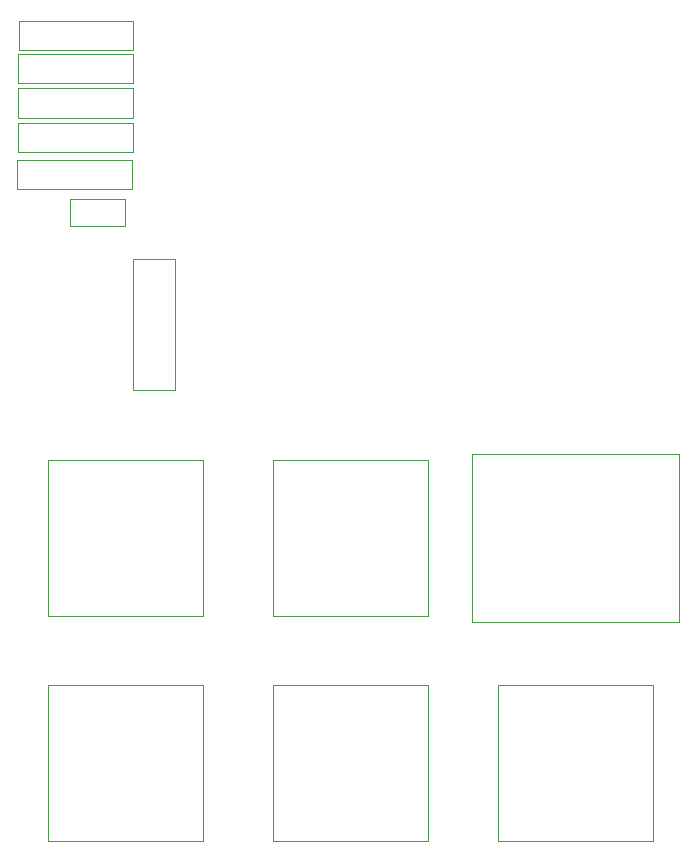
<source format=gbr>
%TF.GenerationSoftware,KiCad,Pcbnew,9.0.7*%
%TF.CreationDate,2026-01-31T12:03:09-06:00*%
%TF.ProjectId,PRO,50524f2e-6b69-4636-9164-5f7063625858,rev?*%
%TF.SameCoordinates,Original*%
%TF.FileFunction,Other,User*%
%FSLAX46Y46*%
G04 Gerber Fmt 4.6, Leading zero omitted, Abs format (unit mm)*
G04 Created by KiCad (PCBNEW 9.0.7) date 2026-01-31 12:03:09*
%MOMM*%
%LPD*%
G01*
G04 APERTURE LIST*
%ADD10C,0.050000*%
G04 APERTURE END LIST*
D10*
%TO.C,RE1*%
X67450000Y-69100000D02*
X67450000Y-83300000D01*
X67450000Y-69100000D02*
X84950000Y-69100000D01*
X84950000Y-83300000D02*
X67450000Y-83300000D01*
X84950000Y-83300000D02*
X84950000Y-69100000D01*
%TO.C,D17*%
X33368800Y-47443700D02*
X33368800Y-49743700D01*
X33368800Y-47443700D02*
X38068800Y-47443700D01*
X38068800Y-47443700D02*
X38068800Y-49743700D01*
X38068800Y-49743700D02*
X33368800Y-49743700D01*
%TO.C,SW2*%
X50550000Y-69600000D02*
X63750000Y-69600000D01*
X50550000Y-82800000D02*
X50550000Y-69600000D01*
X63750000Y-69600000D02*
X63750000Y-82800000D01*
X63750000Y-82800000D02*
X50550000Y-82800000D01*
%TO.C,SW3*%
X31500000Y-88650000D02*
X44700000Y-88650000D01*
X31500000Y-101850000D02*
X31500000Y-88650000D01*
X44700000Y-88650000D02*
X44700000Y-101850000D01*
X44700000Y-101850000D02*
X31500000Y-101850000D01*
%TO.C,SW5*%
X69600000Y-88650000D02*
X82800000Y-88650000D01*
X69600000Y-101850000D02*
X69600000Y-88650000D01*
X82800000Y-88650000D02*
X82800000Y-101850000D01*
X82800000Y-101850000D02*
X69600000Y-101850000D01*
%TO.C,SW4*%
X50550000Y-88650000D02*
X63750000Y-88650000D01*
X50550000Y-101850000D02*
X50550000Y-88650000D01*
X63750000Y-88650000D02*
X63750000Y-101850000D01*
X63750000Y-101850000D02*
X50550000Y-101850000D01*
%TO.C,SWw1*%
X31500000Y-69600000D02*
X44700000Y-69600000D01*
X31500000Y-82800000D02*
X31500000Y-69600000D01*
X44700000Y-69600000D02*
X44700000Y-82800000D01*
X44700000Y-82800000D02*
X31500000Y-82800000D01*
%TO.C,D3*%
X29020000Y-38100000D02*
X38740000Y-38100000D01*
X38740000Y-40600000D01*
X29020000Y-40600000D01*
X29020000Y-38100000D01*
%TO.C,D4*%
X29000000Y-41040000D02*
X38720000Y-41040000D01*
X38720000Y-43540000D01*
X29000000Y-43540000D01*
X29000000Y-41040000D01*
%TO.C,U2*%
X38711300Y-52522500D02*
X42251300Y-52522500D01*
X42251300Y-63682500D01*
X38711300Y-63682500D01*
X38711300Y-52522500D01*
%TO.C,D5*%
X28900000Y-44160000D02*
X38620000Y-44160000D01*
X38620000Y-46660000D01*
X28900000Y-46660000D01*
X28900000Y-44160000D01*
%TO.C,D2*%
X29020000Y-35190000D02*
X38740000Y-35190000D01*
X38740000Y-37690000D01*
X29020000Y-37690000D01*
X29020000Y-35190000D01*
%TO.C,D1*%
X29050000Y-32380000D02*
X38770000Y-32380000D01*
X38770000Y-34880000D01*
X29050000Y-34880000D01*
X29050000Y-32380000D01*
%TD*%
M02*

</source>
